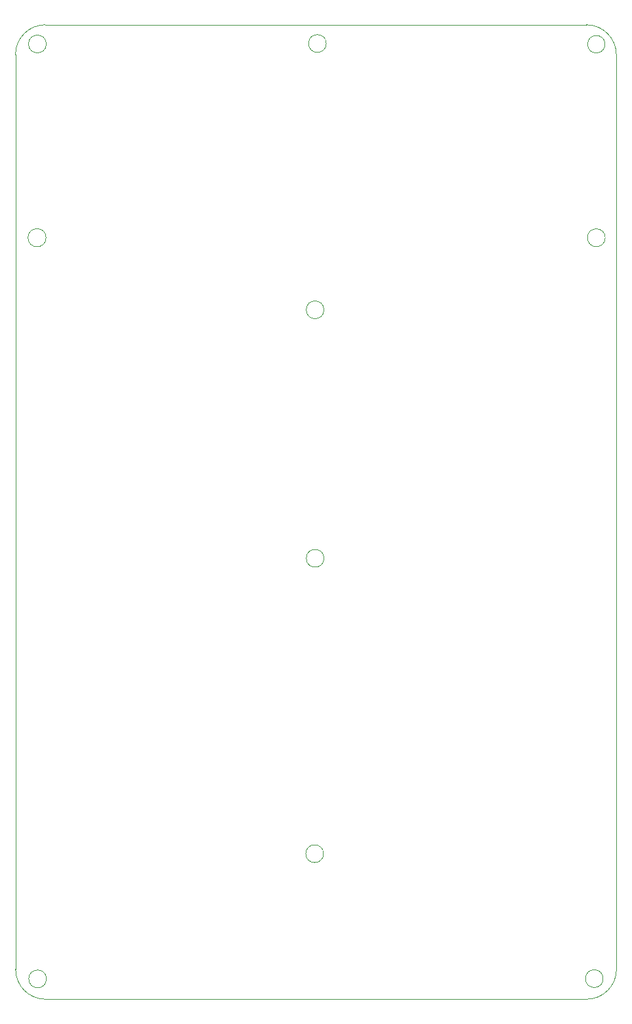
<source format=gbr>
%TF.GenerationSoftware,KiCad,Pcbnew,8.0.8-8.0.8-0~ubuntu22.04.1*%
%TF.CreationDate,2025-02-03T23:53:40+00:00*%
%TF.ProjectId,numcalcium,6e756d63-616c-4636-9975-6d2e6b696361,rev?*%
%TF.SameCoordinates,Original*%
%TF.FileFunction,Profile,NP*%
%FSLAX46Y46*%
G04 Gerber Fmt 4.6, Leading zero omitted, Abs format (unit mm)*
G04 Created by KiCad (PCBNEW 8.0.8-8.0.8-0~ubuntu22.04.1) date 2025-02-03 23:53:40*
%MOMM*%
%LPD*%
G01*
G04 APERTURE LIST*
%TA.AperFunction,Profile*%
%ADD10C,0.100000*%
%TD*%
G04 APERTURE END LIST*
D10*
X75307787Y-114329746D02*
G75*
G02*
X73019473Y-114329746I-1144157J0D01*
G01*
X73019473Y-114329746D02*
G75*
G02*
X75307787Y-114329746I1144157J0D01*
G01*
X39292001Y-28064000D02*
G75*
G02*
X37003687Y-28064000I-1144157J0D01*
G01*
X37003687Y-28064000D02*
G75*
G02*
X39292001Y-28064000I1144157J0D01*
G01*
X-492609Y-113124169D02*
X-512332Y4841277D01*
X3492001Y-114364000D02*
G75*
G02*
X1203687Y-114364000I-1144157J0D01*
G01*
X1203687Y-114364000D02*
G75*
G02*
X3492001Y-114364000I1144157J0D01*
G01*
X73167391Y-116986723D02*
X3369945Y-116986723D01*
X73147668Y8703831D02*
X3350222Y8703831D01*
X3466079Y6222907D02*
G75*
G02*
X1177765Y6222907I-1144157J0D01*
G01*
X1177765Y6222907D02*
G75*
G02*
X3466079Y6222907I1144157J0D01*
G01*
X75569976Y-18764939D02*
G75*
G02*
X73273230Y-18764939I-1148373J0D01*
G01*
X73273230Y-18764939D02*
G75*
G02*
X75569976Y-18764939I1148373J0D01*
G01*
X39292001Y-60114000D02*
G75*
G02*
X37003687Y-60114000I-1144157J0D01*
G01*
X37003687Y-60114000D02*
G75*
G02*
X39292001Y-60114000I1144157J0D01*
G01*
X77029945Y-113124169D02*
G75*
G02*
X73167391Y-116986745I-3862745J169D01*
G01*
X-512332Y4841277D02*
G75*
G02*
X3350222Y8703831I3862554J0D01*
G01*
X73147668Y8703831D02*
G75*
G02*
X77010231Y4841277I-68J-3862631D01*
G01*
X75547587Y6192647D02*
G75*
G02*
X73301067Y6192647I-1123260J0D01*
G01*
X73301067Y6192647D02*
G75*
G02*
X75547587Y6192647I1123260J0D01*
G01*
X39586157Y6291844D02*
G75*
G02*
X37297843Y6291844I-1144157J0D01*
G01*
X37297843Y6291844D02*
G75*
G02*
X39586157Y6291844I1144157J0D01*
G01*
X39236157Y-98214000D02*
G75*
G02*
X36947843Y-98214000I-1144157J0D01*
G01*
X36947843Y-98214000D02*
G75*
G02*
X39236157Y-98214000I1144157J0D01*
G01*
X77010222Y4841277D02*
X77029945Y-113124169D01*
X3438043Y-18761480D02*
G75*
G02*
X1109217Y-18761480I-1164413J0D01*
G01*
X1109217Y-18761480D02*
G75*
G02*
X3438043Y-18761480I1164413J0D01*
G01*
X3369945Y-116986723D02*
G75*
G02*
X-492609Y-113124169I2J3862556D01*
G01*
M02*

</source>
